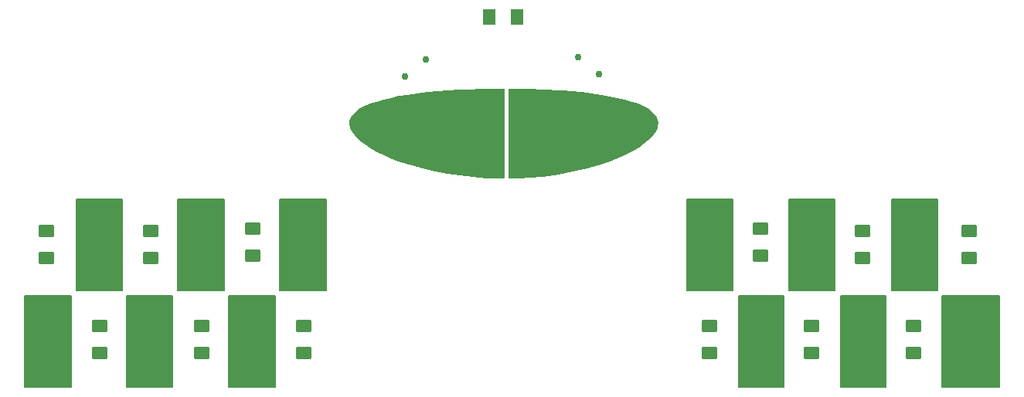
<source format=gbr>
%TF.GenerationSoftware,KiCad,Pcbnew,(6.0.1)*%
%TF.CreationDate,2022-05-20T13:53:27-07:00*%
%TF.ProjectId,Satellite_PCB,53617465-6c6c-4697-9465-5f5043422e6b,rev?*%
%TF.SameCoordinates,Original*%
%TF.FileFunction,Soldermask,Top*%
%TF.FilePolarity,Negative*%
%FSLAX46Y46*%
G04 Gerber Fmt 4.6, Leading zero omitted, Abs format (unit mm)*
G04 Created by KiCad (PCBNEW (6.0.1)) date 2022-05-20 13:53:27*
%MOMM*%
%LPD*%
G01*
G04 APERTURE LIST*
G04 Aperture macros list*
%AMRoundRect*
0 Rectangle with rounded corners*
0 $1 Rounding radius*
0 $2 $3 $4 $5 $6 $7 $8 $9 X,Y pos of 4 corners*
0 Add a 4 corners polygon primitive as box body*
4,1,4,$2,$3,$4,$5,$6,$7,$8,$9,$2,$3,0*
0 Add four circle primitives for the rounded corners*
1,1,$1+$1,$2,$3*
1,1,$1+$1,$4,$5*
1,1,$1+$1,$6,$7*
1,1,$1+$1,$8,$9*
0 Add four rect primitives between the rounded corners*
20,1,$1+$1,$2,$3,$4,$5,0*
20,1,$1+$1,$4,$5,$6,$7,0*
20,1,$1+$1,$6,$7,$8,$9,0*
20,1,$1+$1,$8,$9,$2,$3,0*%
G04 Aperture macros list end*
%ADD10C,0.150000*%
%ADD11RoundRect,0.250001X0.624999X-0.462499X0.624999X0.462499X-0.624999X0.462499X-0.624999X-0.462499X0*%
%ADD12RoundRect,0.250001X-0.462499X-0.624999X0.462499X-0.624999X0.462499X0.624999X-0.462499X0.624999X0*%
%ADD13C,0.750000*%
G04 APERTURE END LIST*
D10*
X168478200Y-82194400D02*
X173482000Y-82194400D01*
X173482000Y-82194400D02*
X173482000Y-92202000D01*
X173482000Y-92202000D02*
X168478200Y-92202000D01*
X168478200Y-92202000D02*
X168478200Y-82194400D01*
G36*
X168478200Y-82194400D02*
G01*
X173482000Y-82194400D01*
X173482000Y-92202000D01*
X168478200Y-92202000D01*
X168478200Y-82194400D01*
G37*
X190855600Y-82194400D02*
X195859400Y-82194400D01*
X195859400Y-82194400D02*
X195859400Y-92202000D01*
X195859400Y-92202000D02*
X190855600Y-92202000D01*
X190855600Y-92202000D02*
X190855600Y-82194400D01*
G36*
X190855600Y-82194400D02*
G01*
X195859400Y-82194400D01*
X195859400Y-92202000D01*
X190855600Y-92202000D01*
X190855600Y-82194400D01*
G37*
X118287800Y-92811600D02*
X123317000Y-92811600D01*
X123317000Y-92811600D02*
X123317000Y-102768400D01*
X123317000Y-102768400D02*
X118287800Y-102768400D01*
X118287800Y-102768400D02*
X118287800Y-92811600D01*
G36*
X118287800Y-92811600D02*
G01*
X123317000Y-92811600D01*
X123317000Y-102768400D01*
X118287800Y-102768400D01*
X118287800Y-92811600D01*
G37*
X174091600Y-92811600D02*
X179070000Y-92811600D01*
X179070000Y-92811600D02*
X179070000Y-102768400D01*
X179070000Y-102768400D02*
X174091600Y-102768400D01*
X174091600Y-102768400D02*
X174091600Y-92811600D01*
G36*
X174091600Y-92811600D02*
G01*
X179070000Y-92811600D01*
X179070000Y-102768400D01*
X174091600Y-102768400D01*
X174091600Y-92811600D01*
G37*
X185267600Y-92811600D02*
X190246000Y-92811600D01*
X190246000Y-92811600D02*
X190246000Y-102768400D01*
X190246000Y-102768400D02*
X185267600Y-102768400D01*
X185267600Y-102768400D02*
X185267600Y-92811600D01*
G36*
X185267600Y-92811600D02*
G01*
X190246000Y-92811600D01*
X190246000Y-102768400D01*
X185267600Y-102768400D01*
X185267600Y-92811600D01*
G37*
X112699800Y-82194400D02*
X117703600Y-82194400D01*
X117703600Y-82194400D02*
X117703600Y-92202000D01*
X117703600Y-92202000D02*
X112699800Y-92202000D01*
X112699800Y-92202000D02*
X112699800Y-82194400D01*
G36*
X112699800Y-82194400D02*
G01*
X117703600Y-82194400D01*
X117703600Y-92202000D01*
X112699800Y-92202000D01*
X112699800Y-82194400D01*
G37*
X179654200Y-82194400D02*
X184632600Y-82194400D01*
X184632600Y-82194400D02*
X184632600Y-92202000D01*
X184632600Y-92202000D02*
X179654200Y-92202000D01*
X179654200Y-92202000D02*
X179654200Y-82194400D01*
G36*
X179654200Y-82194400D02*
G01*
X184632600Y-82194400D01*
X184632600Y-92202000D01*
X179654200Y-92202000D01*
X179654200Y-82194400D01*
G37*
X107111800Y-92811600D02*
X112090200Y-92811600D01*
X112090200Y-92811600D02*
X112090200Y-102768400D01*
X112090200Y-102768400D02*
X107111800Y-102768400D01*
X107111800Y-102768400D02*
X107111800Y-92811600D01*
G36*
X107111800Y-92811600D02*
G01*
X112090200Y-92811600D01*
X112090200Y-102768400D01*
X107111800Y-102768400D01*
X107111800Y-92811600D01*
G37*
X95935800Y-92811600D02*
X100939600Y-92811600D01*
X100939600Y-92811600D02*
X100939600Y-102768400D01*
X100939600Y-102768400D02*
X95935800Y-102768400D01*
X95935800Y-102768400D02*
X95935800Y-92811600D01*
G36*
X95935800Y-92811600D02*
G01*
X100939600Y-92811600D01*
X100939600Y-102768400D01*
X95935800Y-102768400D01*
X95935800Y-92811600D01*
G37*
X196418200Y-92811600D02*
X202666600Y-92811600D01*
X202666600Y-92811600D02*
X202666600Y-102768400D01*
X202666600Y-102768400D02*
X196418200Y-102768400D01*
X196418200Y-102768400D02*
X196418200Y-92811600D01*
G36*
X196418200Y-92811600D02*
G01*
X202666600Y-92811600D01*
X202666600Y-102768400D01*
X196418200Y-102768400D01*
X196418200Y-92811600D01*
G37*
X101549200Y-82194400D02*
X106553000Y-82194400D01*
X106553000Y-82194400D02*
X106553000Y-92202000D01*
X106553000Y-92202000D02*
X101549200Y-92202000D01*
X101549200Y-92202000D02*
X101549200Y-82194400D01*
G36*
X101549200Y-82194400D02*
G01*
X106553000Y-82194400D01*
X106553000Y-92202000D01*
X101549200Y-92202000D01*
X101549200Y-82194400D01*
G37*
X123875800Y-82194400D02*
X128930400Y-82194400D01*
X128930400Y-82194400D02*
X128930400Y-92202000D01*
X128930400Y-92202000D02*
X123875800Y-92202000D01*
X123875800Y-92202000D02*
X123875800Y-82194400D01*
G36*
X123875800Y-82194400D02*
G01*
X128930400Y-82194400D01*
X128930400Y-92202000D01*
X123875800Y-92202000D01*
X123875800Y-82194400D01*
G37*
%TO.C,G\u002A\u002A\u002A*%
G36*
X149894392Y-70094794D02*
G01*
X150654528Y-70101591D01*
X151483051Y-70120434D01*
X152356571Y-70150293D01*
X153251699Y-70190140D01*
X154145048Y-70238949D01*
X155013229Y-70295689D01*
X155746125Y-70352054D01*
X156900450Y-70460665D01*
X157993560Y-70589194D01*
X159022183Y-70736880D01*
X159983046Y-70902964D01*
X160872879Y-71086685D01*
X161688411Y-71287281D01*
X162426368Y-71503994D01*
X163083479Y-71736063D01*
X163656474Y-71982727D01*
X164142079Y-72243226D01*
X164291543Y-72338029D01*
X164567102Y-72544810D01*
X164818369Y-72777753D01*
X165026324Y-73016912D01*
X165171950Y-73242342D01*
X165190439Y-73280726D01*
X165260080Y-73521403D01*
X165283087Y-73813155D01*
X165259113Y-74126741D01*
X165203593Y-74381587D01*
X165064586Y-74714505D01*
X164839482Y-75061420D01*
X164533100Y-75418235D01*
X164150262Y-75780858D01*
X163695788Y-76145192D01*
X163174497Y-76507144D01*
X162591212Y-76862617D01*
X161950752Y-77207519D01*
X161771673Y-77296816D01*
X160829482Y-77723399D01*
X159809031Y-78118760D01*
X158720082Y-78480759D01*
X157572394Y-78807258D01*
X156375730Y-79096116D01*
X155139849Y-79345196D01*
X153874512Y-79552357D01*
X152589481Y-79715460D01*
X151294515Y-79832366D01*
X149999377Y-79900936D01*
X149871217Y-79905023D01*
X148863096Y-79935219D01*
X148863096Y-70094174D01*
X149894392Y-70094794D01*
G37*
G36*
X148492293Y-79920452D02*
G01*
X147600049Y-79911878D01*
X147301832Y-79908373D01*
X147017395Y-79903866D01*
X146766802Y-79898761D01*
X146570116Y-79893463D01*
X146452877Y-79888702D01*
X145017159Y-79779689D01*
X143599108Y-79619105D01*
X142207533Y-79408927D01*
X140851245Y-79151131D01*
X139539052Y-78847693D01*
X138279765Y-78500588D01*
X137082194Y-78111793D01*
X135955148Y-77683283D01*
X135242345Y-77374250D01*
X134546630Y-77034412D01*
X133908626Y-76678614D01*
X133333610Y-76310931D01*
X132826861Y-75935434D01*
X132393659Y-75556199D01*
X132039281Y-75177297D01*
X131769006Y-74802803D01*
X131664520Y-74613335D01*
X131553657Y-74313341D01*
X131495358Y-73988612D01*
X131492762Y-73670920D01*
X131544956Y-73403955D01*
X131695766Y-73093195D01*
X131936696Y-72794275D01*
X132265848Y-72507801D01*
X132681325Y-72234373D01*
X133181229Y-71974597D01*
X133763664Y-71729074D01*
X134426731Y-71498409D01*
X135168534Y-71283203D01*
X135987176Y-71084061D01*
X136880757Y-70901585D01*
X137847383Y-70736378D01*
X138885154Y-70589044D01*
X139992174Y-70460186D01*
X141145760Y-70352132D01*
X142270097Y-70268461D01*
X143443352Y-70199608D01*
X144632962Y-70146950D01*
X145806359Y-70111863D01*
X146930978Y-70095727D01*
X147229246Y-70094794D01*
X148492293Y-70094174D01*
X148492293Y-79920452D01*
G37*
%TD*%
D11*
%TO.C,D5*%
X182129100Y-99048900D03*
X182129100Y-96073900D03*
%TD*%
%TO.C,D12*%
X187680600Y-88634900D03*
X187680600Y-85659900D03*
%TD*%
%TO.C,D1*%
X98272600Y-88634900D03*
X98272600Y-85659900D03*
%TD*%
%TO.C,D8*%
X104114600Y-99048900D03*
X104114600Y-96073900D03*
%TD*%
%TO.C,D6*%
X193268600Y-99048900D03*
X193268600Y-96073900D03*
%TD*%
%TO.C,D11*%
X199364600Y-88634900D03*
X199364600Y-85659900D03*
%TD*%
%TO.C,D2*%
X109702600Y-88634900D03*
X109702600Y-85659900D03*
%TD*%
%TO.C,D4*%
X170916600Y-99048900D03*
X170916600Y-96073900D03*
%TD*%
%TO.C,D10*%
X126466600Y-99048900D03*
X126466600Y-96073900D03*
%TD*%
%TO.C,D13*%
X176504600Y-88380900D03*
X176504600Y-85405900D03*
%TD*%
%TO.C,D9*%
X115254100Y-99048900D03*
X115254100Y-96073900D03*
%TD*%
D12*
%TO.C,D7*%
X146823100Y-62255400D03*
X149798100Y-62255400D03*
%TD*%
D11*
%TO.C,D3*%
X120878600Y-88380900D03*
X120878600Y-85405900D03*
%TD*%
D13*
%TO.C,SW1*%
X139870643Y-66896961D03*
X137539205Y-68784922D03*
%TD*%
%TO.C,SW2*%
X158827995Y-68530922D03*
X156496557Y-66642961D03*
%TD*%
M02*

</source>
